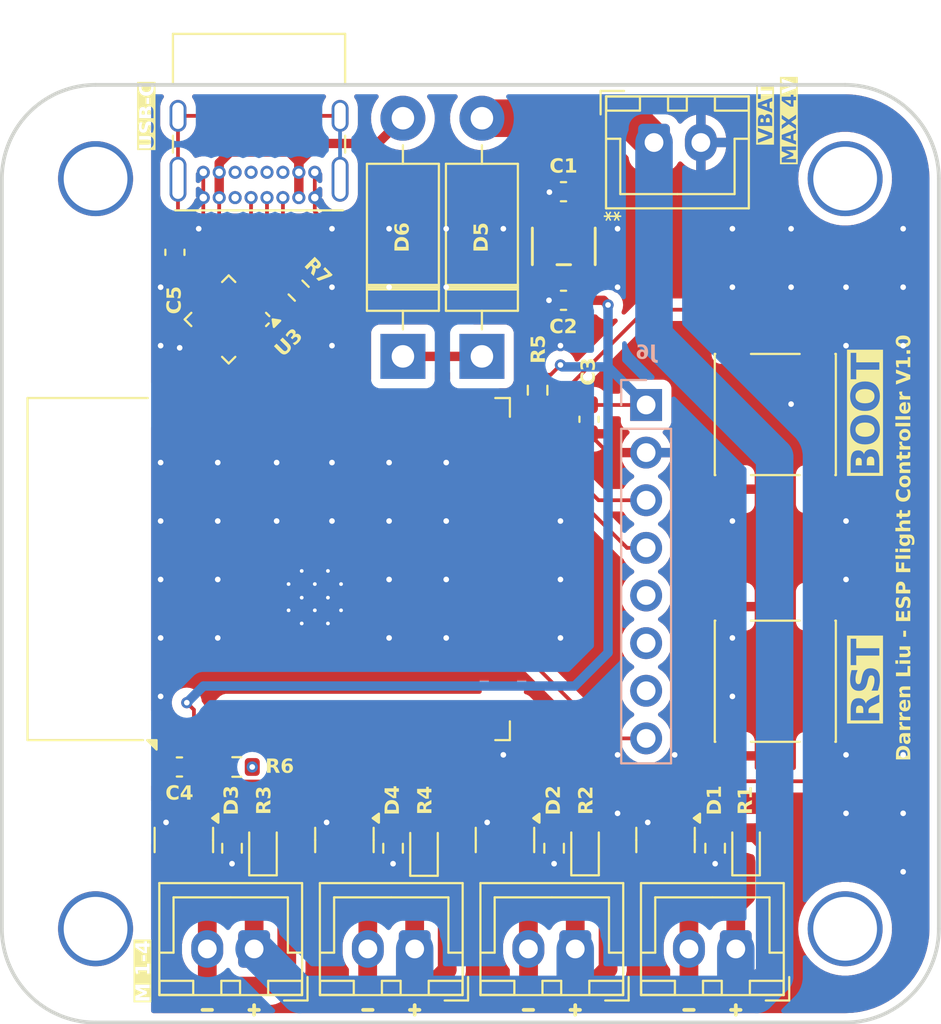
<source format=kicad_pcb>
(kicad_pcb (version 20240108) (generator "pcbnew") (generator_version "8.0")
  (layers (0 "F.Cu" signal) (31 "B.Cu" signal) (34 "B.Paste" user) (35 "F.Paste" user) (36 "B.SilkS" user "B.Silkscreen") (37 "F.SilkS" user "F.Silkscreen") (38 "B.Mask" user) (39 "F.Mask" user) (44 "Edge.Cuts" user))
  (net 0 "")
  (net 1 "GND")
  (net 2 "3.7V")
  (net 3 "3V3")
  (net 4 "GPIO12")
  (net 5 "GPIO25")
  (net 10 "GPIO21")
  (net 15 "GPIO22")
  (net 24 "INT")
  (net 31 "Net-(D5-K)")
  (net 32 "Net-(D1-A)")
  (net 33 "Net-(D2-A)")
  (net 34 "Net-(D3-A)")
  (net 35 "Net-(D4-A)")
  (net 36 "5V")
  (net 40 "Net-(J7-SHIELD)")
  (net 42 "D+")
  (net 44 "Net-(J7-CC1)")
  (net 45 "D-")
  (net 49 "Net-(SW2-A)")
  (net 50 "Net-(SW1-B)")
  (net 51 "GPIO1")
  (net 52 "GPIO3")
  (net 66 "GPIO32")
  (net 67 "GPIO27")
  (footprint "Resistor_SMD:R_0603_1608Metric" (layer "F.Cu") (at 100.838 105.664 -45)
    (property "Reference" "R7")
    (property "Value" "5.1K")
  )
  (footprint "LED_SMD:LED_0603_1608Metric" (layer "F.Cu") (at 116.120332 135.3565 90)
    (property "Reference" "D2")
    (property "Value" "LED")
  )
  (footprint "Capacitor_SMD:C_0603_1608Metric" (layer "F.Cu") (at 116.332 112.522 90)
    (property "Reference" "C3")
    (property "Value" "1uF")
  )
  (footprint "Package_DFN_QFN:SiliconLabs_QFN-20-1EP_3x3mm_P0.5mm_EP1.8x1.8mm" (layer "F.Cu") (at 97.1042 107.198233 -135)
    (property "Reference" "U3")
    (property "Value" "CP2102N-Axx-xQFN20")
  )
  (footprint "Resistor_SMD:R_0603_1608Metric" (layer "F.Cu") (at 123.063 135.3965 -90)
    (property "Reference" "R1")
    (property "Value" "10K")
  )
  (footprint "Connector_JST:JST_XH_B2B-XH-A_1x02_P2.50mm_Vertical" (layer "F.Cu") (at 98.4612 140.7668 180)
    (property "Reference" "J3" (hide yes))
    (property "Value" "Conn_01x02_Pin")
  )
  (footprint "Package_TO_SOT_SMD:SOT-23" (layer "F.Cu") (at 111.847732 134.9565 -90)
    (property "Reference" "Q2" (hide yes))
    (property "Value" "IRLML6244")
  )
  (footprint "Capacitor_SMD:C_0603_1608Metric" (layer "F.Cu") (at 114.970601 100.38715)
    (property "Reference" "C1")
    (property "Value" "1uF")
  )
  (footprint "Connector_JST:JST_XH_B2B-XH-A_1x02_P2.50mm_Vertical" (layer "F.Cu") (at 119.801 97.7646)
    (property "Reference" "J5" (hide yes))
    (property "Value" "Conn_01x02_Pin")
  )
  (footprint "Capacitor_SMD:C_0603_1608Metric" (layer "F.Cu") (at 94.475 131.064 180)
    (property "Reference" "C4")
    (property "Value" "1uF")
  )
  (footprint "Resistor_SMD:R_0603_1608Metric" (layer "F.Cu") (at 113.5888 110.9726 90)
    (property "Reference" "R5")
    (property "Value" "R")
  )
  (footprint "Button_Switch_SMD:SW_SPST_PTS645" (layer "F.Cu") (at 126.274 112.268 -90)
    (property "Reference" "SW2" (hide yes))
    (property "Value" "SW_SPST")
  )
  (footprint "Connector_JST:JST_XH_B2B-XH-A_1x02_P2.50mm_Vertical" (layer "F.Cu") (at 115.597732 140.7668 180)
    (property "Reference" "J2" (hide yes))
    (property "Value" "Conn_01x02_Pin")
  )
  (footprint "Connector_USB:USB_C_Receptacle_GCT_USB4085" (layer "F.Cu") (at 101.697801 100.7022 180)
    (property "Reference" "J7" (hide yes))
    (property "Value" "USB_C_Receptacle_USB2.0_16P")
  )
  (footprint "Package_TO_SOT_SMD:SOT-23" (layer "F.Cu") (at 120.416 134.9565 -90)
    (property "Reference" "Q1" (hide yes))
    (property "Value" "IRLML6244")
  )
  (footprint "FlightController:SOT_RG1_DIO" (layer "F.Cu") (at 114.9858 103.3018 -90)
    (property "Reference" "U2" (hide yes))
    (property "Value" "AP2112K-3.3TRG1")
  )
  (footprint "RF_Module:ESP32-WROOM-32D" (layer "F.Cu") (at 102.23 120.51 90)
    (property "Reference" "U1" (hide yes))
    (property "Value" "ESP32-WROOM-32D")
  )
  (footprint "Package_TO_SOT_SMD:SOT-23" (layer "F.Cu") (at 94.7112 134.9565 -90)
    (property "Reference" "Q3" (hide yes))
    (property "Value" "IRLML6244")
  )
  (footprint "Button_Switch_SMD:SW_SPST_PTS645" (layer "F.Cu") (at 126.274 126.492 90)
    (property "Reference" "SW1" (hide yes))
    (property "Value" "SW_SPST")
  )
  (footprint "Resistor_SMD:R_0603_1608Metric" (layer "F.Cu") (at 114.469332 135.3965 -90)
    (property "Reference" "R2")
    (property "Value" "10K")
  )
  (footprint "Diode_THT:D_DO-15_P12.70mm_Horizontal" (layer "F.Cu") (at 110.617 109.1692 90)
    (property "Reference" "D5")
    (property "Value" "D")
  )
  (footprint "Capacitor_SMD:C_0603_1608Metric" (layer "F.Cu") (at 94.234 103.619 -90)
    (property "Reference" "C5")
    (property "Value" "1uF")
  )
  (footprint "Resistor_SMD:R_0603_1608Metric" (layer "F.Cu") (at 97.282 135.3965 -90)
    (property "Reference" "R3")
    (property "Value" "10K")
  )
  (footprint "Resistor_SMD:R_0603_1608Metric" (layer "F.Cu") (at 97.536 131.064)
    (property "Reference" "R6")
    (property "Value" "R")
  )
  (footprint "Resistor_SMD:R_0603_1608Metric" (layer "F.Cu") (at 105.875666 135.3965 -90)
    (property "Reference" "R4")
    (property "Value" "10K")
  )
  (footprint "LED_SMD:LED_0603_1608Metric" (layer "F.Cu") (at 124.714 135.3565 90)
    (property "Reference" "D1")
    (property "Value" "LED")
  )
  (footprint "Capacitor_SMD:C_0603_1608Metric" (layer "F.Cu") (at 114.970601 106.17835)
    (property "Reference" "C2")
    (property "Value" "1uF")
  )
  (footprint "LED_SMD:LED_0603_1608Metric" (layer "F.Cu") (at 98.933 135.3565 90)
    (property "Reference" "D3")
    (property "Value" "LED")
  )
  (footprint "Connector_JST:JST_XH_B2B-XH-A_1x02_P2.50mm_Vertical" (layer "F.Cu") (at 124.166 140.7668 180)
    (property "Reference" "J1" (hide yes))
    (property "Value" "Conn_01x02_Pin")
  )
  (footprint "LED_SMD:LED_0603_1608Metric" (layer "F.Cu") (at 107.526666 135.382 90)
    (property "Reference" "D4")
    (property "Value" "LED")
  )
  (footprint "Package_TO_SOT_SMD:SOT-23" (layer "F.Cu") (at 103.279466 134.9565 -90)
    (property "Reference" "Q4" (hide yes))
    (property "Value" "IRLML6244")
  )
  (footprint "Connector_JST:JST_XH_B2B-XH-A_1x02_P2.50mm_Vertical" (layer "F.Cu") (at 107.029466 140.7668 180)
    (property "Reference" "J4" (hide yes))
    (property "Value" "Conn_01x02_Pin")
  )
  (footprint "Diode_THT:D_DO-15_P12.70mm_Horizontal" (layer "F.Cu") (at 106.4006 109.1692 90)
    (property "Reference" "D6")
    (property "Value" "D")
  )
  (footprint "Connector_PinSocket_2.54mm:PinSocket_1x08_P2.54mm_Vertical" (layer "B.Cu") (at 119.38 111.76 180)
    (property "Reference" "J6")
    (property "Value" "Conn_01x08_Socket")
  )
  (gr_line (start 124.166 143.764) (end 124.166 144.272) (stroke (width 0.2)) (layer "F.SilkS"))
  (gr_line (start 121.412 144.018) (end 121.92 144.018) (stroke (width 0.2)) (layer "F.SilkS"))
  (gr_line (start 95.7072 144.018) (end 96.2152 144.018) (stroke (width 0.2)) (layer "F.SilkS"))
  (gr_line (start 115.597732 143.764) (end 115.597732 144.272) (stroke (width 0.2)) (layer "F.SilkS"))
  (gr_line (start 123.912 144.018) (end 124.42 144.018) (stroke (width 0.2)) (layer "F.SilkS"))
  (gr_line (start 104.275466 144.018) (end 104.783466 144.018) (stroke (width 0.2)) (layer "F.SilkS"))
  (gr_line (start 115.343732 144.018) (end 115.851732 144.018) (stroke (width 0.2)) (layer "F.SilkS"))
  (gr_line (start 98.4612 143.764) (end 98.4612 144.272) (stroke (width 0.2)) (layer "F.SilkS"))
  (gr_line (start 112.843732 144.018) (end 113.351732 144.018) (stroke (width 0.2)) (layer "F.SilkS"))
  (gr_line (start 98.2072 144.018) (end 98.7152 144.018) (stroke (width 0.2)) (layer "F.SilkS"))
  (gr_line (start 107.029466 143.764) (end 107.029466 144.272) (stroke (width 0.2)) (layer "F.SilkS"))
  (gr_line (start 106.775466 144.018) (end 107.283466 144.018) (stroke (width 0.2)) (layer "F.SilkS"))
  (gr_arc (start 135 139.6912) (mid 133.535534 143.226734) (end 130 144.6912) (stroke (width 0.2)) (layer "Edge.Cuts"))
  (gr_line (start 90 94.6912) (end 130 94.6912) (stroke (width 0.2)) (layer "Edge.Cuts"))
  (gr_line (start 85 139.6912) (end 85 99.6912) (stroke (width 0.2)) (layer "Edge.Cuts"))
  (gr_line (start 135 99.6912) (end 135 139.6912) (stroke (width 0.2)) (layer "Edge.Cuts"))
  (gr_arc (start 90 144.6912) (mid 86.464466 143.226734) (end 85 139.6912) (stroke (width 0.2)) (layer "Edge.Cuts"))
  (gr_arc (start 130 94.6912) (mid 133.535534 96.155666) (end 135 99.6912) (stroke (width 0.2)) (layer "Edge.Cuts"))
  (gr_arc (start 85 99.6912) (mid 86.464466 96.155666) (end 90 94.6912) (stroke (width 0.2)) (layer "Edge.Cuts"))
  (gr_line (start 130 144.6912) (end 90 144.6912) (stroke (width 0.2)) (layer "Edge.Cuts"))
  (gr_text "USB-C" (at 93.218 98.171019 90) (layer "F.SilkS" knockout) (effects (font (size 0.75 0.75) (thickness 0.1875) (bold yes)) (justify left bottom)))
  (gr_text "RST\n" (at 132.08 126.492001 90) (layer "F.SilkS" knockout) (effects (font (size 1.5 1.5) (thickness 0.3) (bold yes)) (justify bottom)))
  (gr_text "VBAT" (at 126.238 97.79 90) (layer "F.SilkS" knockout) (effects (font (size 0.75 0.75) (thickness 0.1875) (bold yes)) (justify left bottom)))
  (gr_text "Darren Liu - ESP Flight Controller V1.0" (at 133.604 119.38 90) (layer "F.SilkS") (effects (font (size 0.75 0.75) (thickness 0.1875) (bold yes)) (justify bottom)))
  (gr_text "M 1-4" (at 93.0112 143.6168 90) (layer "F.SilkS" knockout) (effects (font (size 0.75 0.75) (thickness 0.1875) (bold yes)) (justify left bottom)))
  (gr_text "MAX 4V" (at 127.508 98.926462 90) (layer "F.SilkS" knockout) (effects (font (size 0.75 0.75) (thickness 0.1875) (bold yes)) (justify left bottom)))
  (gr_text "BOOT" (at 132.08 112.268001 90) (layer "F.SilkS" knockout) (effects (font (size 1.5 1.5) (thickness 0.3) (bold yes)) (justify bottom)))
  (via (at 90 139.6912) (size 4) (drill 3.4) (layers "F.Cu" "B.Cu") (net 0))
  (via (at 130 139.6912) (size 4) (drill 3.4) (layers "F.Cu" "B.Cu") (net 0))
  (via (at 130 99.6912) (size 4) (drill 3.4) (layers "F.Cu" "B.Cu") (net 0))
  (via (at 90 99.6912) (size 4) (drill 3.4) (layers "F.Cu" "B.Cu") (net 0))
  (segment (start 95.747801 100.7022) (end 95.747801 102.118199) (width 0.2) (layer "F.Cu") (net 1))
  (segment (start 98.376992 106.278994) (end 97.457753 107.198233) (width 0.2) (layer "F.Cu") (net 1))
  (segment (start 95.747801 100.7022) (end 95.747801 99.3522) (width 0.2) (layer "F.Cu") (net 1))
  (segment (start 117.0875 114.0525) (end 116.332 113.297) (width 0.2) (layer "F.Cu") (net 1))
  (segment (start 100.988726 106.68) (end 101.421363 106.247363) (width 0.2) (layer "F.Cu") (net 1))
  (segment (start 119.38 114.3) (end 117.335 114.3) (width 0.2) (layer "F.Cu") (net 1))
  (segment (start 114.219225 100.410775) (end 114.219225 100.410774) (width 0.2) (layer "F.Cu") (net 1))
  (segment (start 95.436082 107.763918) (end 94.488 108.712) (width 0.2) (layer "F.Cu") (net 1))
  (segment (start 95.747801 102.118199) (end 95.504 102.362) (width 0.2) (layer "F.Cu") (net 1))
  (segment (start 114.219225 100.410774) (end 114.195601 100.38715) (width 0.2) (layer "F.Cu") (net 1))
  (segment (start 101.697801 100.7022) (end 101.697801 101.443801) (width 0.2) (layer "F.Cu") (net 1))
  (segment (start 114.219226 100.410775) (end 114.219225 100.410775) (width 0.2) (layer "F.Cu") (net 1))
  (segment (start 114.9858 101.177349) (end 114.219226 100.410775) (width 0.2) (layer "F.Cu") (net 1))
  (segment (start 101.697801 101.443801) (end 102.616 102.362) (width 0.2) (layer "F.Cu") (net 1))
  (segment (start 95.477854 107.763918) (end 95.436082 107.763918) (width 0.2) (layer "F.Cu") (net 1))
  (segment (start 101.697801 100.7022) (end 101.697801 99.3522) (width 0.2) (layer "F.Cu") (net 1))
  (segment (start 97.457753 107.198233) (end 97.1042 107.198233) (width 0.2) (layer "F.Cu") (net 1))
  (segment (start 114.9858 101.94925) (end 114.9858 101.177349) (width 0.2) (layer "F.Cu") (net 1))
  (segment (start 98.376992 106.278994) (end 98.747702 105.908284) (width 0.2) (layer "F.Cu") (net 1))
  (segment (start 100.33 106.68) (end 100.988726 106.68) (width 0.2) (layer "F.Cu") (net 1))
  (segment (start 117.335 114.3) (end 117.0875 114.0525) (width 0.2) (layer "F.Cu") (net 1))
  (segment (start 99.558284 105.908284) (end 100.33 106.68) (width 0.2) (layer "F.Cu") (net 1))
  (segment (start 98.747702 105.908284) (end 99.558284 105.908284) (width 0.2) (layer "F.Cu") (net 1))
  (via (at 108.712 121.065632) (size 0.6) (drill 0.3) (layers "F.Cu" "B.Cu") (net 1))
  (via (at 130.048 105.479272) (size 0.6) (drill 0.3) (layers "F.Cu" "B.Cu") (net 1))
  (via (at 111.76 130.417448) (size 0.6) (drill 0.3) (layers "F.Cu" "B.Cu") (net 1))
  (via (at 97.282 136.2215) (size 0.6) (drill 0.3) (layers "F.Cu" "B.Cu") (net 1))
  (via (at 105.664 114.831088) (size 0.6) (drill 0.3) (layers "F.Cu" "B.Cu") (net 1))
  (via (at 114.808 108.596544) (size 0.6) (drill 0.3) (layers "F.Cu" "B.Cu") (net 1))
  (via (at 117.856 130.417448) (size 0.6) (drill 0.3) (layers "F.Cu" "B.Cu") (net 1))
  (via (at 133.096 133.53472) (size 0.6) (drill 0.3) (layers "F.Cu" "B.Cu") (net 1))
  (via (at 105.875666 136.2215) (size 0.6) (drill 0.3) (layers "F.Cu" "B.Cu") (net 1))
  (via (at 93.472 105.479272) (size 0.6) (drill 0.3) (layers "F.Cu" "B.Cu") (net 1))
  (via (at 117.856 105.479272) (size 0.6) (drill 0.3) (layers "F.Cu" "B.Cu") (net 1))
  (via (at 102.329466 134.019) (size 0.6) (drill 0.3) (layers "F.Cu" "B.Cu") (net 1))
  (via (at 102.616 108.596544) (size 0.6) (drill 0.3) (layers "F.Cu" "B.Cu") (net 1))
  (via (at 130.048 117.94836) (size 0.6) (drill 0.3) (layers "F.Cu" "B.Cu") (net 1))
  (via (at 102.616 114.831088) (size 0.6) (drill 0.3) (layers "F.Cu" "B.Cu") (net 1))
  (via (at 102.616 102.362) (size 0.6) (drill 0.3) (layers "F.Cu" "B.Cu") (net 1))
  (via (at 123.984 127.300176) (size 0.6) (drill 0.3) (layers "F.Cu" "B.Cu") (net 1))
  (via (at 96.52 124.182904) (size 0.6) (drill 0.3) (layers "F.Cu" "B.Cu") (net 1))
  (via (at 117.856 133.53472) (size 0.6) (drill 0.3) (layers "F.Cu" "B.Cu") (net 1))
  (via (at 108.712 105.479272) (size 0.6) (drill 0.3) (layers "F.Cu" "B.Cu") (net 1))
  (via (at 108.712 102.362) (size 0.6) (drill 0.3) (layers "F.Cu" "B.Cu") (net 1))
  (via (at 108.712 114.831088) (size 0.6) (drill 0.3) (layers "F.Cu" "B.Cu") (net 1))
  (via (at 133.096 102.362) (size 0.6) (drill 0.3) (layers "F.Cu" "B.Cu") (net 1))
  (via (at 102.616 105.479272) (size 0.6) (drill 0.3) (layers "F.Cu" "B.Cu") (net 1))
  (via (at 108.712 117.94836) (size 0.6) (drill 0.3) (layers "F.Cu" "B.Cu") (net 1))
  (via (at 93.472 121.065632) (size 0.6) (drill 0.3) (layers "F.Cu" "B.Cu") (net 1))
  (via (at 95.504 102.362) (size 0.6) (drill 0.3) (layers "F.Cu" "B.Cu") (net 1))
  (via (at 130.048 133.53472) (size 0.6) (drill 0.3) (layers "F.Cu" "B.Cu") (net 1))
  (via (at 105.664 124.182904) (size 0.6) (drill 0.3) (layers "F.Cu" "B.Cu") (net 1))
  (via (at 114.808 121.065632) (size 0.6) (drill 0.3) (layers "F.Cu" "B.Cu") (net 1))
  (via (at 105.664 121.065632) (size 0.6) (drill 0.3) (layers "F.Cu" "B.Cu") (net 1))
  (via (at 123.063 136.2215) (size 0.6) (drill 0.3) (layers "F.Cu" "B.Cu") (net 1))
  (via (at 105.664 102.362) (size 0.6) (drill 0.3) (layers "F.Cu" "B.Cu") (net 1))
  (via (at 123.984 124.182904) (size 0.6) (drill 0.3) (layers "F.Cu" "B.Cu") (net 1))
  (via (at 123.984 105.479272) (size 0.6) (drill 0.3) (layers "F.Cu" "B.Cu") (net 1))
  (via (at 133.096 108.596544) (size 0.6) (drill 0.3) (layers "F.Cu" "B.Cu") (net 1))
  (via (at 93.7612 134.019) (size 0.6) (drill 0.3) (layers "F.Cu" "B.Cu") (net 1))
  (via (at 123.984 102.362) (size 0.6) (drill 0.3) (layers "F.Cu" "B.Cu") (net 1))
  (via (at 93.472 124.182904) (size 0.6) (drill 0.3) (layers "F.Cu" "B.Cu") (net 1))
  (via (at 93.472 108.596544) (size 0.6) (drill 0.3) (layers "F.Cu" "B.Cu") (net 1))
  (via (at 114.195601 106.17835) (size 0.6) (drill 0.3) (layers "F.Cu" "B.Cu") (net 1))
  (via (at 96.52 121.065632) (size 0.6) (drill 0.3) (layers "F.Cu" "B.Cu") (net 1))
  (via (at 105.664 117.94836) (size 0.6) (drill 0.3) (layers "F.Cu" "B.Cu") (net 1))
  (via (at 99.663 117.94836) (size 0.6) (drill 0.3) (layers "F.Cu" "B.Cu") (net 1))
  (via (at 96.52 117.94836) (size 0.6) (drill 0.3) (layers "F.Cu" "B.Cu") (net 1))
  (via (at 127.116 105.479272) (size 0.6) (drill 0.3) (layers "F.Cu" "B.Cu") (net 1))
  (via (at 117.856 102.362) (size 0.6) (drill 0.3) (layers "F.Cu" "B.Cu") (net 1))
  (via (at 114.808 117.94836) (size 0.6) (drill 0.3) (layers "F.Cu" "B.Cu") (net 1))
  (via (at 133.096 105.479272) (size 0.6) (drill 0.3) (layers "F.Cu" "B.Cu") (net 1))
  (via (at 102.616 117.94836) (size 0.6) (drill 0.3) (layers "F.Cu" "B.Cu") (net 1))
  (via (at 114.808 124.182904) (size 0.6) (drill 0.3) (layers "F.Cu" "B.Cu") (net 1))
  (via (at 108.712 124.182904) (size 0.6) (drill 0.3) (layers "F.Cu" "B.Cu") (net 1))
  (via (at 130.048 130.417448) (size 0.6) (drill 0.3) (layers "F.Cu" "B.Cu") (net 1))
  (via (at 114.469332 136.2215) (size 0.6) (drill 0.3) (layers "F.Cu" "B.Cu") (net 1))
  (via (at 105.664 105.479272) (size 0.6) (drill 0.3) (layers "F.Cu" "B.Cu") (net 1))
  (via (at 123.984 117.94836) (size 0.6) (drill 0.3) (layers "F.Cu" "B.Cu") (net 1))
  (via (at 93.472 117.94836) (size 0.6) (drill 0.3) (layers "F.Cu" "B.Cu") (net 1))
  (via (at 94.488 108.712) (size 0.6) (drill 0.3) (layers "F.Cu" "B.Cu") (net 1))
  (via (at 127.116 111.713816) (size 0.6) (drill 0.3) (layers "F.Cu" "B.Cu") (net 1))
  (via (at 127.116 102.362) (size 0.6) (drill 0.3) (layers "F.Cu" "B.Cu") (net 1))
  (via (at 93.472 114.831088) (size 0.6) (drill 0.3) (layers "F.Cu" "B.Cu") (net 1))
  (via (at 96.52 114.831088) (size 0.6) (drill 0.3) (layers "F.Cu" "B.Cu") (net 1))
  (via (at 110.897732 134.019) (size 0.6) (drill 0.3) (layers "F.Cu" "B.Cu") (net 1))
  (via (at 111.76 102.362) (size 0.6) (drill 0.3) (layers "F.Cu" "B.Cu") (net 1))
  (via (at 133.096 130.417448) (size 0.6) (drill 0.3) (layers "F.Cu" "B.Cu") (net 1))
  (via (at 130.048 121.065632) (size 0.6) (drill 0.3) (layers "F.Cu" "B.Cu") (net 1))
  (via (at 99.663 114.831088) (size 0.6) (drill 0.3) (layers "F.Cu" "B.Cu") (net 1))
  (via (at 114.219225 100.410775) (size 0.6) (drill 0.3) (layers "F.Cu" "B.Cu") (net 1))
  (via (at 93.472 127.300176) (size 0.6) (drill 0.3) (layers "F.Cu" "B.Cu") (net 1))
  (via (at 120.904 130.417448) (size 0.6) (drill 0.3) (layers "F.Cu" "B.Cu") (net 1))
  (via (at 133.096 136.652) (size 0.6) (drill 0.3) (layers "F.Cu" "B.Cu") (net 1))
  (via (at 119.466 134.019) (size 0.6) (drill 0.3) (layers "F.Cu" "B.Cu") (net 1))
  (via (at 130.048 108.596544) (size 0.6) (drill 0.3) (layers "F.Cu" "B.Cu") (net 1))
  (segment (start 98.4612 138.303) (end 98.4612 140.7668) (width 1) (layer "F.Cu") (net 2))
  (segment (start 116.120332 137.879668) (end 115.597732 138.402268) (width 1) (layer "F.Cu") (net 2))
  (segment (start 124.714 136.144) (end 124.714 137.922) (width 1) (layer "F.Cu") (net 2))
  (segment (start 110.617 96.4692) (end 118.5056 96.4692) (width 2) (layer "F.Cu") (net 2))
  (segment (start 115.597732 138.402268) (end 115.597732 140.7668) (width 1) (layer "F.Cu") (net 2))
  (segment (start 98.933 137.8312) (end 98.4612 138.303) (width 1) (layer "F.Cu") (net 2))
  (segment (start 124.166 138.47) (end 124.166 140.7668) (width 1) (layer "F.Cu") (net 2))
  (segment (start 107.526666 137.837334) (end 107.029466 138.334534) (width 1) (layer "F.Cu") (net 2))
  (segment (start 124.714 137.922) (end 124.166 138.47) (width 1) (layer "F.Cu") (net 2))
  (segment (start 107.029466 138.334534) (end 107.029466 140.7668) (width 1) (layer "F.Cu") (net 2))
  (segment (start 98.933 136.144) (end 98.933 137.8312) (width 1) (layer "F.Cu") (net 2))
  (segment (start 116.120332 136.144) (end 116.120332 137.879668) (width 1) (layer "F.Cu") (net 2))
  (segment (start 118.5056 96.4692) (end 119.801 97.7646) (width 2) (layer "F.Cu") (net 2))
  (segment (start 107.526666 136.1695) (end 107.526666 137.837334) (width 1) (layer "F.Cu") (net 2))
  (segment (start 106.934 143.1912) (end 100.8856 143.1912) (width 2) (layer "B.Cu") (net 2))
  (segment (start 124.166 140.7668) (end 124.166 143.1512) (width 2) (layer "B.Cu") (net 2))
  (segment (start 119.801 108.081) (end 126.238 114.518) (width 2) (layer "B.Cu") (net 2))
  (segment (start 107.029466 143.095734) (end 106.934 143.1912) (width 2) (layer "B.Cu") (net 2))
  (segment (start 115.597732 140.7668) (end 115.597732 142.964932) (width 2) (layer "B.Cu") (net 2))
  (segment (start 124.166 143.1512) (end 124.206 143.1912) (width 2) (layer "B.Cu") (net 2))
  (segment (start 100.8856 143.1912) (end 98.4612 140.7668) (width 2) (layer "B.Cu") (net 2))
  (segment (start 119.801 97.7646) (end 119.801 108.081) (width 2) (layer "B.Cu") (net 2))
  (segment (start 115.824 143.1912) (end 106.934 143.1912) (width 2) (layer "B.Cu") (net 2))
  (segment (start 126.238 142.24) (end 125.2868 143.1912) (width 2) (layer "B.Cu") (net 2))
  (segment (start 125.2868 143.1912) (end 124.206 143.1912) (width 2) (layer "B.Cu") (net 2))
  (segment (start 115.597732 142.964932) (end 115.824 143.1912) (width 2) (layer "B.Cu") (net 2))
  (segment (start 124.206 143.1912) (end 115.824 143.1912) (width 2) (layer "B.Cu") (net 2))
  (segment (start 126.238 114.518) (end 126.238 142.24) (width 2) (layer "B.Cu") (net 2))
  (segment (start 107.029466 140.7668) (end 107.029466 143.095734) (width 2) (layer "B.Cu") (net 2))
  (segment (start 95.25 129.26) (end 95.25 128.016) (width 0.2) (layer "F.Cu") (net 3))
  (segment (start 115.935801 105.98815) (end 115.745601 106.17835) (width 0.5) (layer "F.Cu") (net 3))
  (segment (start 95.25 129.26) (end 95.25 131.064) (width 0.2) (layer "F.Cu") (net 3))
  (segment (start 114.2868 110.1476) (end 114.808 109.6264) (width 0.2) (layer "F.Cu") (net 3))
  (segment (start 113.5888 110.1476) (end 114.2868 110.1476) (width 0.2) (layer "F.Cu") (net 3))
  (segment (start 119.38 111.76) (end 116.345 111.76) (width 0.2) (layer "F.Cu") (net 3))
  (segment (start 117.10035 106.17835) (end 117.348 106.426) (width 0.5) (layer "F.Cu") (net 3))
  (segment (start 95.25 128.016) (end 94.869 127.635) (width 0.2) (layer "F.Cu") (net 3))
  (segment (start 116.345 111.76) (end 116.332 111.747) (width 0.2) (layer "F.Cu") (net 3))
  (segment (start 115.745601 106.17835) (end 117.10035 106.17835) (width 0.5) (layer "F.Cu") (net 3))
  (segment (start 115.935801 104.65435) (end 115.935801 105.98815) (width 0.5) (layer "F.Cu") (net 3))
  (via (at 114.808 109.6264) (size 0.6) (drill 0.3) (layers "F.Cu" "B.Cu") (net 3))
  (via (at 98.361 131.064) (size 0.6) (drill 0.3) (layers "F.Cu" "B.Cu") (net 3))
  (via (at 117.348 106.426) (size 0.6) (drill 0.3) (layers "F.Cu" "B.Cu") (net 3))
  (via (at 94.869 127.635) (size 0.6) (drill 0.3) (layers "F.Cu" "B.Cu") (net 3))
  (segment (start 95.758 126.746) (end 94.869 127.635) (width 0.5) (layer "B.Cu") (net 3))
  (segment (start 117.348 109.728) (end 114.9096 109.728) (width 0.5) (layer "B.Cu") (net 3))
  (segment (start 114.9096 109.728) (end 114.808 109.6264) (width 0.5) (layer "B.Cu") (net 3))
  (segment (start 117.348 109.728) (end 117.348 124.968) (width 0.5) (layer "B.Cu") (net 3))
  (segment (start 117.348 124.968) (end 115.57 126.746) (width 0.5) (layer "B.Cu") (net 3))
  (segment (start 117.348 106.426) (end 117.348 109.728) (width 0.5) (layer "B.Cu") (net 3))
  (segment (start 115.57 126.746) (end 95.758 126.746) (width 0.5) (layer "B.Cu") (net 3))
  (segment (start 117.348 109.728) (end 119.38 111.76) (width 0.5) (layer "B.Cu") (net 3))
  (segment (start 121.3787 134.019) (end 121.3787 135.1582) (width 0.2) (layer "F.Cu") (net 4))
  (segment (start 121.366 132.923) (end 121.366 134.019) (width 0.2) (layer "F.Cu") (net 4))
  (segment (start 120.777 132.334) (end 121.366 132.923) (width 0.2) (layer "F.Cu") (net 4))
  (segment (start 121.3787 135.1582) (end 121.4755 135.255) (width 0.2) (layer "F.Cu") (net 4))
  (segment (start 112.623 129.26) (end 115.697 132.334) (width 0.2) (layer "F.Cu") (net 4))
  (segment (start 110.49 129.26) (end 112.623 129.26) (width 0.2) (layer "F.Cu") (net 4))
  (segment (start 122.9995 135.128) (end 122.9995 134.5715) (width 0.2) (layer "F.Cu") (net 4))
  (segment (start 115.697 132.334) (end 120.777 132.334) (width 0.2) (layer "F.Cu") (net 4))
  (segment (start 122.8725 135.255) (end 122.9995 135.128) (width 0.2) (layer "F.Cu") (net 4))
  (segment (start 121.4755 135.255) (end 122.8725 135.255) (width 0.2) (layer "F.Cu") (net 4))
  (segment (start 104.229466 131.482534) (end 104.229466 134.019) (width 0.2) (layer "F.Cu") (net 5))
  (segment (start 104.2337 135.1582) (end 104.3305 135.255) (width 0.2) (layer "F.Cu") (net 5))
  (segment (start 105.41 129.26) (end 105.41 130.302) (width 0.2) (layer "F.Cu") (net 5))
  (segment (start 105.7275 135.255) (end 105.8545 135.128) (width 0.2) (layer "F.Cu") (net 5))
  (segment (start 104.3305 135.255) (end 105.7275 135.255) (width 0.2) (layer "F.Cu") (net 5))
  (segment (start 104.2337 134.019) (end 104.2337 135.1582) (width 0.2) (layer "F.Cu") (net 5))
  (segment (start 105.8545 135.128) (end 105.8545 134.5715) (width 0.2) (layer "F.Cu") (net 5))
  (segment (start 105.41 130.302) (end 104.229466 131.482534) (width 0.2) (layer "F.Cu") (net 5))
  (segment (start 100.33 111.76) (end 100.33 112.71) (width 0.2) (layer "F.Cu") (net 10))
  (segment (start 100.7008 113.0808) (end 113.0808 113.0808) (width 0.2) (layer "F.Cu") (net 10))
  (segment (start 113.0808 113.0808) (end 116.84 116.84) (width 0.2) (layer "F.Cu") (net 10))
  (segment (start 100.33 112.71) (end 100.7008 113.0808) (width 0.2) (layer "F.Cu") (net 10))
  (segment (start 116.84 116.84) (end 119.38 116.84) (width 0.2) (layer "F.Cu") (net 10))
  (segment (start 97.5258 113.7158) (end 112.6998 113.7158) (width 0.2) (layer "F.Cu") (net 15))
  (segment (start 96.52 111.76) (end 96.52 112.71) (width 0.2) (layer "F.Cu") (net 15))
  (segment (start 96.52 112.71) (end 97.5258 113.7158) (width 0.2) (layer "F.Cu") (net 15))
  (segment (start 112.6998 113.7158) (end 118.364 119.38) (width 0.2) (layer "F.Cu") (net 15))
  (segment (start 118.364 119.38) (end 119.38 119.38) (width 0.2) (layer "F.Cu") (net 15))
  (segment (start 112.758 124.95) (end 111.74 124.95) (width 0.2) (layer "F.Cu") (net 24))
  (segment (start 117.348 129.54) (end 112.758 124.95) (width 0.2) (layer "F.Cu") (net 24))
  (segment (start 119.38 129.54) (end 117.348 129.54) (width 0.2) (layer "F.Cu") (net 24))
  (segment (start 113.0554 103.251) (end 113.5634 103.251) (width 0.5) (layer "F.Cu") (net 31))
  (segment (start 114.035799 103.240799) (end 114.046 103.251) (width 0.5) (layer "F.Cu") (net 31))
  (segment (start 106.4006 109.1692) (end 108.5088 109.1692) (width 0.5) (layer "F.Cu") (net 31))
  (segment (start 108.5088 109.1692) (end 108.5088 107.7976) (width 0.5) (layer "F.Cu") (net 31))
  (segment (start 108.5088 107.7976) (end 113.0554 103.251) (width 0.5) (layer "F.Cu") (net 31))
  (segment (start 108.5088 109.1692) (end 110.617 109.1692) (width 0.5) (layer "F.Cu") (net 31))
  (segment (start 115.4684 103.251) (end 115.935801 102.783599) (width 0.5) (layer "F.Cu") (net 31))
  (segment (start 115.935801 101.94925) (end 115.935801 100.57735) (width 0.5) (layer "F.Cu") (net 31))
  (segment (start 114.035799 101.94925) (end 114.035799 103.240799) (width 0.5) (layer "F.Cu") (net 31))
  (segment (start 114.046 103.251) (end 113.5634 103.251) (width 0.5) (layer "F.Cu") (net 31))
  (segment (start 115.935801 102.783599) (end 115.935801 101.94925) (width 0.5) (layer "F.Cu") (net 31))
  (segment (start 113.5634 103.251) (end 115.4684 103.251) (width 0.5) (layer "F.Cu") (net 31))
  (segment (start 121.666 142.4432) (end 121.666 140.7668) (width 1) (layer "F.Cu") (net 32))
  (segment (start 125.0188 142.748) (end 121.9708 142.748) (width 1) (layer "F.Cu") (net 32))
  (segment (start 120.416 135.894) (end 120.416 137.053) (width 1) (layer "F.Cu") (net 32))
  (segment (start 121.9708 142.748) (end 121.666 142.4432) (width 1) (layer "F.Cu") (net 32))
  (segment (start 121.666 138.303) (end 121.666 140.7668) (width 1) (layer "F.Cu") (net 32))
  (segment (start 124.6378 134.569) (end 125.2218 134.569) (width 1) (layer "F.Cu") (net 32))
  (segment (start 125.2218 134.569) (end 125.984 135.3312) (width 1) (layer "F.Cu") (net 32))
  (segment (start 125.984 141.7828) (end 125.0188 142.748) (width 1) (layer "F.Cu") (net 32))
  (segment (start 120.416 137.053) (end 121.666 138.303) (width 1) (layer "F.Cu") (net 32))
  (segment (start 125.984 135.3312) (end 125.984 141.7828) (width 1) (layer "F.Cu") (net 32))
  (segment (start 117.348 135.2296) (end 117.348 141.8336) (width 1) (layer "F.Cu") (net 33))
  (segment (start 111.847732 137.120732) (end 113.097732 138.370732) (width 1) (layer "F.Cu") (net 33))
  (segment (start 116.078 134.5436) (end 116.662 134.5436) (width 1) (layer "F.Cu") (net 33))
  (segment (start 113.097732 138.370732) (end 113.097732 140.7668) (width 1) (layer "F.Cu") (net 33))
  (segment (start 116.459 142.7226) (end 113.411 142.7226) (width 1) (layer "F.Cu") (net 33))
  (segment (start 117.348 141.8336) (end 116.459 142.7226) (width 1) (layer "F.Cu") (net 33))
  (segment (start 113.411 142.7226) (end 113.1062 142.4178) (width 1) (layer "F.Cu") (net 33))
  (segment (start 111.847732 135.894) (end 111.847732 137.120732) (width 1) (layer "F.Cu") (net 33))
  (segment (start 113.1062 142.4178) (end 113.1062 140.7414) (width 1) (layer "F.Cu") (net 33))
  (segment (start 116.662 134.5436) (end 117.348 135.2296) (width 1) (layer "F.Cu") (net 33))
  (segment (start 94.7112 137.1292) (end 95.9612 138.3792) (width 1) (layer "F.Cu") (net 34))
  (segment (start 95.9612 138.3792) (end 95.9612 140.7668) (width 1) (layer "F.Cu") (net 34))
  (segment (start 94.7112 135.894) (end 94.7112 137.1292) (width 1) (layer "F.Cu") (net 34))
  (segment (start 99.517 134.569) (end 100.203 135.255) (width 1) (layer "F.Cu") (net 34))
  (segment (start 98.933 134.569) (end 99.517 134.569) (width 1) (layer "F.Cu") (net 34))
  (segment (start 100.203 141.859) (end 99.314 142.748) (width 1) (layer "F.Cu") (net 34))
  (segment (start 96.266 142.748) (end 95.9612 142.4432) (width 1) (layer "F.Cu") (net 34))
  (segment (start 99.314 142.748) (end 96.266 142.748) (width 1) (layer "F.Cu") (net 34))
  (segment (start 100.203 135.255) (end 100.203 141.859) (width 1) (layer "F.Cu") (net 34))
  (segment (start 95.9612 142.4432) (end 95.9612 140.7668) (width 1) (layer "F.Cu") (net 34))
  (segment (start 108.7628 135.2804) (end 108.7628 141.8844) (width 1) (layer "F.Cu") (net 35))
  (segment (start 104.8258 142.7734) (end 104.521 142.4686) (width 1) (layer "F.Cu") (net 35))
  (segment (start 104.521 142.4686) (end 104.521 140.7922) (width 1) (layer "F.Cu") (net 35))
  (segment (start 103.279466 135.894) (end 103.279466 137.061466) (width 1) (layer "F.Cu") (net 35))
  (segment (start 107.4928 134.5944) (end 108.0768 134.5944) (width 1) (layer "F.Cu") (net 35))
  (segment (start 103.279466 137.061466) (end 104.529466 138.311466) (width 1) (layer "F.Cu") (net 35))
  (segment (start 107.8738 142.7734) (end 104.8258 142.7734) (width 1) (layer "F.Cu") (net 35))
  (segment (start 108.7628 141.8844) (end 107.8738 142.7734) (width 1) (layer "F.Cu") (net 35))
  (segment (start 108.0768 134.5944) (end 108.7628 135.2804) (width 1) (layer "F.Cu") (net 35))
  (segment (start 104.529466 138.311466) (end 104.529466 140.7668) (width 1) (layer "F.Cu") (net 35))
  (segment (start 100.847801 98.826713) (end 101.859114 97.8154) (width 0.5) (layer "F.Cu") (net 36))
  (segment (start 100.847801 99.3522) (end 100.847801 98.826713) (width 0.5) (layer "F.Cu") (net 36))
  (segment (start 96.597801 98.857226) (end 97.182427 98.2726) (width 0.5) (layer "F.Cu") (net 36))
  (segment (start 97.182427 98.2726) (end 100.33 98.2726) (width 0.5) (layer "F.Cu") (net 36))
  (segment (start 100.847801 98.790401) (end 100.847801 99.3522) (width 0.5) (layer "F.Cu") (net 36))
  (segment (start 96.597801 99.3522) (end 96.597801 98.857226) (width 0.5) (layer "F.Cu") (net 36))
  (segment (start 96.184961 105.925441) (end 95.758 105.49848) (width 0.2) (layer "F.Cu") (net 36))
  (segment (start 100.33 98.2726) (end 100.847801 98.790401) (width 0.5) (layer "F.Cu") (net 36))
  (segment (start 95.758 103.124) (end 96.597801 102.284199) (width 0.2) (layer "F.Cu") (net 36))
  (segment (start 100.847801 100.7022) (end 100.847801 99.3522) (width 0.5) (layer "F.Cu") (net 36))
  (segment (start 95.758 105.49848) (end 95.758 103.124) (width 0.2) (layer "F.Cu") (net 36))
  (segment (start 105.0544 97.8154) (end 106.4006 96.4692) (width 0.5) (layer "F.Cu") (net 36))
  (segment (start 101.859114 97.8154) (end 105.0544 97.8154) (width 0.5) (layer "F.Cu") (net 36))
  (segment (start 96.597801 102.284199) (end 96.597801 100.7022) (width 0.2) (layer "F.Cu") (net 36))
  (segment (start 96.597801 100.7022) (end 96.597801 99.3522) (width 0.5) (layer "F.Cu") (net 36))
  (segment (start 94.397801 102.680199) (end 94.234 102.844) (width 0.2) (layer "F.Cu") (net 40))
  (segment (start 94.397801 99.7222) (end 94.397801 96.3422) (width 0.2) (layer "F.Cu") (net 40))
  (segment (start 94.397801 99.7222) (end 94.397801 102.680199) (width 0.2) (layer "F.Cu") (net 40))
  (segment (start 94.397801 96.3422) (end 103.047801 96.3422) (width 0.2) (layer "F.Cu") (net 40))
  (segment (start 103.047801 99.7222) (end 103.047801 96.3422) (width 0.2) (layer "B.Cu") (net 40))
  (segment (start 99.147801 100.7022) (end 99.147801 104.801079) (width 0.2) (layer "F.Cu") (net 42))
  (segment (start 99.147801 104.801079) (end 98.023439 105.925441) (width 0.2) (layer "F.Cu") (net 42))
  (segment (start 100.254637 104.14) (end 100.254637 105.080637) (width 0.2) (layer "F.Cu") (net 44))
  (segment (start 99.997801 103.883164) (end 100.254637 104.14) (width 0.2) (layer "F.Cu") (net 44))
  (segment (start 99.997801 100.7022) (end 99.997801 103.883164) (width 0.2) (layer "F.Cu") (net 44))
  (segment (start 98.297801 104.943971) (end 97.669885 105.571887) (width 0.2) (layer "F.Cu") (net 45))
  (segment (start 98.297801 100.7022) (end 98.297801 104.943971) (width 0.2) (layer "F.Cu") (net 45))
  (segment (start 128.524 107.442) (end 128.524 108.288) (width 0.2) (layer "F.Cu") (net 49))
  (segment (start 127.762 106.68) (end 128.524 107.442) (width 0.2) (layer "F.Cu") (net 49))
  (segment (start 110.49 111.76) (end 113.4496 111.76) (width 0.2) (layer "F.Cu") (net 49))
  (segment (start 119.3546 106.68) (end 127.762 106.68) (width 0.2) (layer "F.Cu") (net 49))
  (segment (start 114.237 111.7976) (end 119.3546 106.68) (width 0.2) (layer "F.Cu") (net 49))
  (segment (start 113.4496 111.76) (end 113.5888 111.8992) (width 0.2) (layer "F.Cu") (net 49))
  (segment (start 113.5888 111.7976) (end 114.237 111.7976) (width 0.2) (layer "F.Cu") (net 49))
  (segment (start 96.52 128.258) (end 96.52 129.26) (width 0.2) (layer "F.Cu") (net 50))
  (segment (start 116.84 131.826) (end 112.776 127.762) (width 0.2) (layer "F.Cu") (net 50))
  (segment (start 96.52 130.873) (end 96.711 131.064) (width 0.2) (layer "F.Cu") (net 50))
  (segment (start 128.524 130.472) (end 128.524 131.572) (width 0.2) (layer "F.Cu") (net 50))
  (segment (start 97.016 127.762) (end 96.52 128.258) (width 0.2) (layer "F.Cu") (net 50))
  (segment (start 128.27 131.826) (end 116.84 131.826) (width 0.2) (layer "F.Cu") (net 50))
  (segment (start 128.524 131.572) (end 128.27 131.826) (width 0.2) (layer "F.Cu") (net 50))
  (segment (start 112.776 127.762) (end 97.016 127.762) (width 0.2) (layer "F.Cu") (net 50))
  (segment (start 96.52 129.26) (end 96.52 130.873) (width 0.2) (layer "F.Cu") (net 50))
  (segment (start 97.79 108.944694) (end 97.669885 108.824579) (width 0.2) (layer "F.Cu") (net 51))
  (segment (start 97.79 111.76) (end 97.79 108.944694) (width 0.2) (layer "F.Cu") (net 51))
  (segment (start 99.06 109.507586) (end 98.023439 108.471025) (width 0.2) (layer "F.Cu") (net 52))
  (segment (start 99.06 111.76) (end 99.06 109.507586) (width 0.2) (layer "F.Cu") (net 52))
  (segment (start 102.87 129.26) (end 102.87 130.21) (width 0.2) (layer "F.Cu") (net 66))
  (segment (start 95.6612 132.4308) (end 95.6612 134.019) (width 0.2) (layer "F.Cu") (net 66))
  (segment (start 95.6612 134.019) (end 95.6612 135.1582) (width 0.2) (layer "F.Cu") (net 66))
  (segment (start 95.6612 135.1582) (end 95.758 135.255) (width 0.2) (layer "F.Cu") (net 66))
  (segment (start 102.87 130.21) (end 101.241 131.839) (width 0.2) (layer "F.Cu") (net 66))
  (segment (start 101.241 131.839) (end 96.253 131.839) (width 0.2) (layer "F.Cu") (net 66))
  (segment (start 97.155 135.255) (end 97.282 135.128) (width 0.2) (layer "F.Cu") (net 66))
  (segment (start 97.282 135.128) (end 97.282 134.5715) (width 0.2) (layer "F.Cu") (net 66))
  (segment (start 95.758 135.255) (end 97.155 135.255) (width 0.2) (layer "F.Cu") (net 66))
  (segment (start 96.253 131.839) (end 95.6612 132.4308) (width 0.2) (layer "F.Cu") (net 66))
  (segment (start 112.903 135.255) (end 114.3 135.255) (width 0.2) (layer "F.Cu") (net 67))
  (segment (start 107.95 129.26) (end 107.95 130.302) (width 0.2) (layer "F.Cu") (net 67))
  (segment (start 112.797732 132.990732) (end 112.797732 134.019) (width 0.2) (layer "F.Cu") (net 67))
  (segment (start 114.469332 135.085668) (end 114.469332 134.5715) (width 0.2) (layer "F.Cu") (net 67))
  (segment (start 112.649 132.842) (end 112.797732 132.990732) (width 0.2) (layer "F.Cu") (net 67))
  (segment (start 114.3 135.255) (end 114.469332 135.085668) (width 0.2) (layer "F.Cu") (net 67))
  (segment (start 107.95 130.302) (end 110.49 132.842) (width 0.2) (layer "F.Cu") (net 67))
  (segment (start 110.49 132.842) (end 112.649 132.842) (width 0.2) (layer "F.Cu") (net 67))
  (segment (start 112.797732 134.019) (end 112.797732 135.149732) (width 0.2) (layer "F.Cu") (net 67))
  (segment (start 112.797732 135.149732) (end 112.903 135.255) (width 0.2) (layer "F.Cu") (net 67))
  (zone (net 1) (net_name "GND") (layers "F&B.Cu") (connect_pads (clearance 0.5)) (min_thickness 0.25) (fill yes (thermal_gap 0.5) (thermal_bridge_width 0.5) (island_removal_mode 1) (island_area_min 10))
    (polygon (pts (xy 92.964 94.488) (xy 135.128 94.488) (xy 135.128 144.78) (xy 92.964 144.78)))
  )
)
</source>
